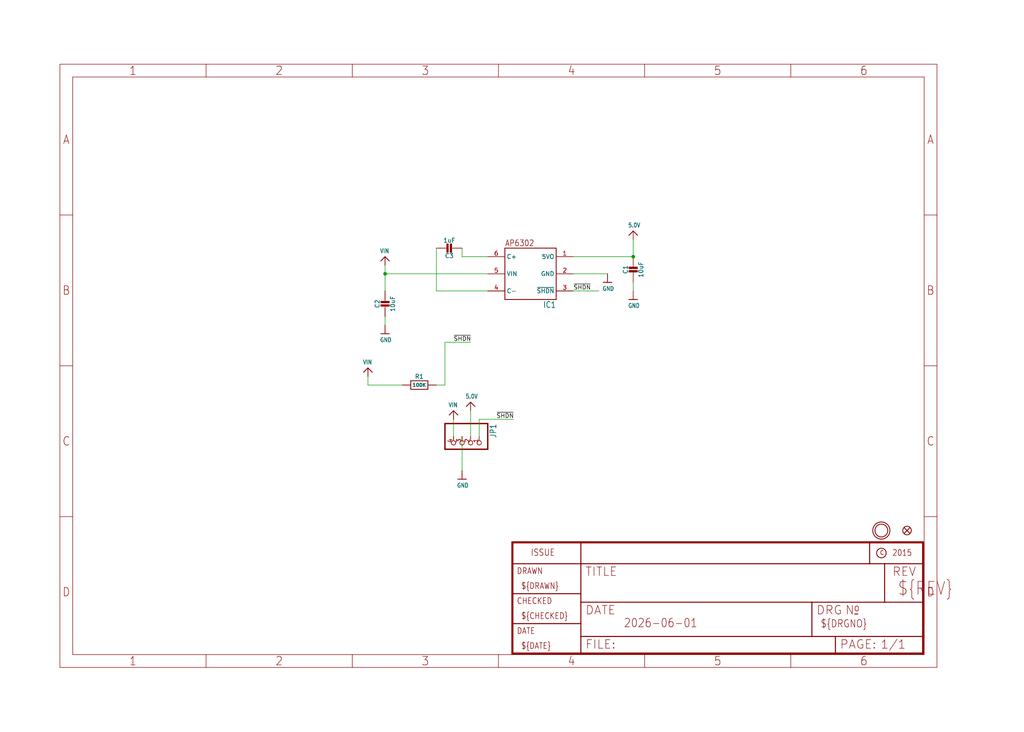
<source format=kicad_sch>
(kicad_sch (version 20230121) (generator eeschema)
  (paper "User" 303.962 217.322)
  (lib_symbols
    (symbol "working-eagle-import:5.0V" (power)
      (property "Value" "5.0V" (at -1.524 1.016 0))
      (symbol "5.0V_1_0"
        (polyline (pts (xy -1.27 -1.27) (xy 0 0)) (stroke (width 0.254)))
        (polyline (pts (xy 0 0) (xy 1.27 -1.27)) (stroke (width 0.254)))
        (pin power_in line (at 0 -2.54 90) (length 2.54) (name "5.0V") (number "1"))
      )
    )
    (symbol "working-eagle-import:AP3602"
      (property "Reference" "IC" (at -7.62 -10.16 0))
      (symbol "AP3602_1_0"
        (polyline (pts (xy -7.62 -7.62) (xy -7.62 7.62)) (stroke (width 0.254)))
        (polyline (pts (xy -7.62 7.62) (xy 7.62 7.62)) (stroke (width 0.254)))
        (polyline (pts (xy 7.62 -7.62) (xy -7.62 -7.62)) (stroke (width 0.254)))
        (polyline (pts (xy 7.62 7.62) (xy 7.62 -7.62)) (stroke (width 0.254)))
        (text "AP6302" (at 7.62 10.16 0) (effects (font (size 1.778 1.5113)) (justify right top)))
        (pin power_in line (at -12.7 5.08 0) (length 5.08) (name "5VO") (number "1"))
        (pin power_in line (at -12.7 0 0) (length 5.08) (name "GND") (number "2"))
        (pin input line (at -12.7 -5.08 0) (length 5.08) (name "~{SHDN}") (number "3"))
        (pin bidirectional line (at 12.7 -5.08 180) (length 5.08) (name "C-") (number "4"))
        (pin power_in line (at 12.7 0 180) (length 5.08) (name "VIN") (number "5"))
        (pin bidirectional line (at 12.7 5.08 180) (length 5.08) (name "C+") (number "6"))
      )
    )
    (symbol "working-eagle-import:CAP_CERAMIC0805-NOOUTLINE"
      (property "Reference" "C" (at -2.29 1.25 90))
      (symbol "CAP_CERAMIC0805-NOOUTLINE_1_0"
        (rectangle (start -1.27 0.508) (end 1.27 1.016) (fill (type outline)))
        (rectangle (start -1.27 1.524) (end 1.27 2.032) (fill (type outline)))
        (polyline (pts (xy 0 0.762) (xy 0 0)) (stroke (width 0.1524)))
        (polyline (pts (xy 0 2.54) (xy 0 1.778)) (stroke (width 0.1524)))
        (pin passive line (at 0 5.08 270) (length 2.54) (name "1") (number "1"))
        (pin passive line (at 0 -2.54 90) (length 2.54) (name "2") (number "2"))
      )
    )
    (symbol "working-eagle-import:FIDUCIAL{dblquote}{dblquote}"
      (symbol "FIDUCIAL{dblquote}{dblquote}_1_0"
        (polyline (pts (xy -0.762 0.762) (xy 0.762 -0.762)) (stroke (width 0.254)))
        (polyline (pts (xy 0.762 0.762) (xy -0.762 -0.762)) (stroke (width 0.254)))
        (circle (center 0 0) (radius 1.27) (stroke (width 0.254)))
      )
    )
    (symbol "working-eagle-import:FRAME_A4"
      (symbol "FRAME_A4_1_0"
        (polyline (pts (xy 0 44.7675) (xy 3.81 44.7675)))
        (polyline (pts (xy 0 89.535) (xy 3.81 89.535)))
        (polyline (pts (xy 0 134.3025) (xy 3.81 134.3025)))
        (polyline (pts (xy 3.81 3.81) (xy 3.81 175.26)))
        (polyline (pts (xy 43.3917 0) (xy 43.3917 3.81)))
        (polyline (pts (xy 43.3917 175.26) (xy 43.3917 179.07)))
        (polyline (pts (xy 86.7833 0) (xy 86.7833 3.81)))
        (polyline (pts (xy 86.7833 175.26) (xy 86.7833 179.07)))
        (polyline (pts (xy 130.175 0) (xy 130.175 3.81)))
        (polyline (pts (xy 130.175 175.26) (xy 130.175 179.07)))
        (polyline (pts (xy 173.5667 0) (xy 173.5667 3.81)))
        (polyline (pts (xy 173.5667 175.26) (xy 173.5667 179.07)))
        (polyline (pts (xy 216.9583 0) (xy 216.9583 3.81)))
        (polyline (pts (xy 216.9583 175.26) (xy 216.9583 179.07)))
        (polyline (pts (xy 256.54 3.81) (xy 3.81 3.81)))
        (polyline (pts (xy 256.54 3.81) (xy 256.54 8.89)) (stroke (width 0.1016)))
        (polyline (pts (xy 256.54 3.81) (xy 256.54 175.26)))
        (polyline (pts (xy 256.54 8.89) (xy 256.54 13.97)) (stroke (width 0.1016)))
        (polyline (pts (xy 256.54 13.97) (xy 256.54 19.05)) (stroke (width 0.1016)))
        (polyline (pts (xy 256.54 19.05) (xy 256.54 36.83)) (stroke (width 0.1016)))
        (polyline (pts (xy 256.54 44.7675) (xy 260.35 44.7675)))
        (polyline (pts (xy 256.54 89.535) (xy 260.35 89.535)))
        (polyline (pts (xy 256.54 134.3025) (xy 260.35 134.3025)))
        (polyline (pts (xy 256.54 175.26) (xy 3.81 175.26)))
        (polyline (pts (xy 0 0) (xy 260.35 0) (xy 260.35 179.07) (xy 0 179.07) (xy 0 0)))
        (text "1" (at 21.6958 1.905 0) (effects (font (size 2.54 2.286))))
        (text "1" (at 21.6958 177.165 0) (effects (font (size 2.54 2.286))))
        (text "2" (at 65.0875 1.905 0) (effects (font (size 2.54 2.286))))
        (text "2" (at 65.0875 177.165 0) (effects (font (size 2.54 2.286))))
        (text "3" (at 108.4792 1.905 0) (effects (font (size 2.54 2.286))))
        (text "3" (at 108.4792 177.165 0) (effects (font (size 2.54 2.286))))
        (text "4" (at 151.8708 1.905 0) (effects (font (size 2.54 2.286))))
        (text "4" (at 151.8708 177.165 0) (effects (font (size 2.54 2.286))))
        (text "5" (at 195.2625 1.905 0) (effects (font (size 2.54 2.286))))
        (text "5" (at 195.2625 177.165 0) (effects (font (size 2.54 2.286))))
        (text "6" (at 238.6542 1.905 0) (effects (font (size 2.54 2.286))))
        (text "6" (at 238.6542 177.165 0) (effects (font (size 2.54 2.286))))
        (text "A" (at 1.905 156.6863 0) (effects (font (size 2.54 2.286))))
        (text "A" (at 258.445 156.6863 0) (effects (font (size 2.54 2.286))))
        (text "B" (at 1.905 111.9188 0) (effects (font (size 2.54 2.286))))
        (text "B" (at 258.445 111.9188 0) (effects (font (size 2.54 2.286))))
        (text "C" (at 1.905 67.1513 0) (effects (font (size 2.54 2.286))))
        (text "C" (at 258.445 67.1513 0) (effects (font (size 2.54 2.286))))
        (text "D" (at 1.905 22.3838 0) (effects (font (size 2.54 2.286))))
        (text "D" (at 258.445 22.3838 0) (effects (font (size 2.54 2.286))))
      )
      (symbol "FRAME_A4_2_0"
        (polyline (pts (xy -0.3048 1.5748) (xy 20.0152 1.5748)) (stroke (width 0.6096)))
        (polyline (pts (xy -0.3048 10.4648) (xy -0.3048 1.5748)) (stroke (width 0.6096)))
        (polyline (pts (xy -0.3048 10.4648) (xy 20.0152 10.4648)) (stroke (width 0.3048)))
        (polyline (pts (xy -0.3048 19.3548) (xy -0.3048 10.4648)) (stroke (width 0.6096)))
        (polyline (pts (xy -0.3048 19.3548) (xy 20.0152 19.3548)) (stroke (width 0.3048)))
        (polyline (pts (xy -0.3048 28.2448) (xy -0.3048 19.3548)) (stroke (width 0.6096)))
        (polyline (pts (xy -0.3048 28.2448) (xy 20.0152 28.2448)) (stroke (width 0.3048)))
        (polyline (pts (xy -0.3048 34.5948) (xy -0.3048 28.2448)) (stroke (width 0.6096)))
        (polyline (pts (xy 20.0152 1.5748) (xy 20.0152 6.6548)) (stroke (width 0.3048)))
        (polyline (pts (xy 20.0152 1.5748) (xy 95.5802 1.5748)) (stroke (width 0.6096)))
        (polyline (pts (xy 20.0152 6.6548) (xy 20.0152 10.4648)) (stroke (width 0.3048)))
        (polyline (pts (xy 20.0152 6.6548) (xy 88.5952 6.6548)) (stroke (width 0.3048)))
        (polyline (pts (xy 20.0152 10.4648) (xy 20.0152 16.8148)) (stroke (width 0.3048)))
        (polyline (pts (xy 20.0152 16.8148) (xy 20.0152 19.3548)) (stroke (width 0.3048)))
        (polyline (pts (xy 20.0152 19.3548) (xy 20.0152 28.2448)) (stroke (width 0.3048)))
        (polyline (pts (xy 20.0152 28.2448) (xy 20.0152 34.5948)) (stroke (width 0.3048)))
        (polyline (pts (xy 20.0152 28.2448) (xy 105.7402 28.2448)) (stroke (width 0.3048)))
        (polyline (pts (xy 20.0152 34.5948) (xy -0.3048 34.5948)) (stroke (width 0.6096)))
        (polyline (pts (xy 88.5952 6.6548) (xy 95.5802 6.6548)) (stroke (width 0.3048)))
        (polyline (pts (xy 88.5952 16.8148) (xy 20.0152 16.8148)) (stroke (width 0.3048)))
        (polyline (pts (xy 88.5952 16.8148) (xy 88.5952 6.6548)) (stroke (width 0.3048)))
        (polyline (pts (xy 95.5802 1.5748) (xy 121.6152 1.5748)) (stroke (width 0.6096)))
        (polyline (pts (xy 95.5802 6.6548) (xy 95.5802 1.5748)) (stroke (width 0.3048)))
        (polyline (pts (xy 95.5802 6.6548) (xy 121.6152 6.6548)) (stroke (width 0.3048)))
        (polyline (pts (xy 101.2952 13.3223) (xy 102.2477 13.3223)) (stroke (width 0.254)))
        (polyline (pts (xy 105.7402 28.2448) (xy 105.7402 34.5948)) (stroke (width 0.3048)))
        (polyline (pts (xy 105.7402 28.2448) (xy 110.1852 28.2448)) (stroke (width 0.3048)))
        (polyline (pts (xy 105.7402 34.5948) (xy 20.0152 34.5948)) (stroke (width 0.6096)))
        (polyline (pts (xy 110.1852 16.8148) (xy 88.5952 16.8148)) (stroke (width 0.3048)))
        (polyline (pts (xy 110.1852 28.2448) (xy 110.1852 16.8148)) (stroke (width 0.3048)))
        (polyline (pts (xy 110.1852 28.2448) (xy 121.6152 28.2448)) (stroke (width 0.3048)))
        (polyline (pts (xy 121.6152 6.6548) (xy 121.6152 1.5748)) (stroke (width 0.6096)))
        (polyline (pts (xy 121.6152 16.8148) (xy 110.1852 16.8148)) (stroke (width 0.3048)))
        (polyline (pts (xy 121.6152 16.8148) (xy 121.6152 6.6548)) (stroke (width 0.6096)))
        (polyline (pts (xy 121.6152 28.2448) (xy 121.6152 16.8148)) (stroke (width 0.6096)))
        (polyline (pts (xy 121.6152 34.5948) (xy 105.7402 34.5948)) (stroke (width 0.6096)))
        (polyline (pts (xy 121.6152 34.5948) (xy 121.6152 28.2448)) (stroke (width 0.6096)))
        (circle (center 109.2327 31.4198) (radius 1.4199) (stroke (width 0.254)))
        (text "${#}/${##}" (at 108.9152 2.8448 0) (effects (font (size 2.54 2.54)) (justify left bottom)))
        (text "${CHECKED}" (at 2.2352 11.7348 0) (effects (font (size 1.778 1.5113)) (justify left bottom)))
        (text "${COMPANY}" (at 23.349 29.6735 0) (effects (font (size 3.175 2.6987) (thickness 0.5397) bold) (justify left bottom)))
        (text "${CURRENT_DATE}" (at 32.7152 9.1948 0) (effects (font (size 2.54 2.159)) (justify left bottom)))
        (text "${DATE}" (at 2.2352 2.8448 0) (effects (font (size 1.778 1.5113)) (justify left bottom)))
        (text "${DRAWN}" (at 2.2352 20.6248 0) (effects (font (size 1.778 1.5113)) (justify left bottom)))
        (text "${DRGNO}" (at 91.1352 9.1948 0) (effects (font (size 2.1844 1.8567)) (justify left bottom)))
        (text "${PROJECTNAME}" (at 33.0327 2.8448 0) (effects (font (size 2.54 2.159)) (justify left bottom)))
        (text "${REV}" (at 113.9952 18.7198 0) (effects (font (size 3.81 3.2385)) (justify left bottom)))
        (text "2015" (at 112.4077 30.4673 0) (effects (font (size 1.778 1.5113)) (justify left bottom)))
        (text "C" (at 108.7564 30.7848 0) (effects (font (size 1.27 1.0795)) (justify left bottom)))
        (text "CHECKED" (at 0.9652 16.1798 0) (effects (font (size 1.778 1.5113)) (justify left bottom)))
        (text "DATE" (at 0.9652 7.2898 0) (effects (font (size 1.778 1.5113)) (justify left bottom)))
        (text "DATE" (at 21.2852 13.0048 0) (effects (font (size 2.54 2.54)) (justify left bottom)))
        (text "DRAWN" (at 0.9652 25.0698 0) (effects (font (size 1.778 1.5113)) (justify left bottom)))
        (text "DRG" (at 89.8652 13.0048 0) (effects (font (size 2.54 2.54)) (justify left bottom)))
        (text "FILE:" (at 21.2852 2.8448 0) (effects (font (size 2.54 2.54)) (justify left bottom)))
        (text "ISSUE" (at 5.0927 30.4673 0) (effects (font (size 1.9304 1.6408)) (justify left bottom)))
        (text "N" (at 98.4377 13.0048 0) (effects (font (size 2.54 2.54)) (justify left bottom)))
        (text "o" (at 100.9777 13.9573 0) (effects (font (size 2.1844 1.8567)) (justify left bottom)))
        (text "PAGE:" (at 96.8502 2.8448 0) (effects (font (size 2.54 2.54)) (justify left bottom)))
        (text "REV" (at 112.4077 24.4348 0) (effects (font (size 2.54 2.54)) (justify left bottom)))
        (text "TITLE" (at 21.2852 24.4348 0) (effects (font (size 2.54 2.54)) (justify left bottom)))
      )
    )
    (symbol "working-eagle-import:GND" (power)
      (property "Value" "GND" (at -1.524 -2.54 0))
      (symbol "GND_1_0"
        (polyline (pts (xy -1.27 0) (xy 1.27 0)) (stroke (width 0.254)))
        (pin power_in line (at 0 2.54 270) (length 2.54) (name "GND") (number "1"))
      )
    )
    (symbol "working-eagle-import:HEADER-1X4ROUND"
      (property "Reference" "JP" (at -6.35 8.255 0))
      (symbol "HEADER-1X4ROUND_1_0"
        (polyline (pts (xy -6.35 -5.08) (xy 1.27 -5.08)) (stroke (width 0.4064)))
        (polyline (pts (xy -6.35 7.62) (xy -6.35 -5.08)) (stroke (width 0.4064)))
        (polyline (pts (xy 1.27 -5.08) (xy 1.27 7.62)) (stroke (width 0.4064)))
        (polyline (pts (xy 1.27 7.62) (xy -6.35 7.62)) (stroke (width 0.4064)))
        (pin passive inverted (at -2.54 5.08 0) (length 2.54) (name "1") (number "1"))
        (pin passive inverted (at -2.54 2.54 0) (length 2.54) (name "2") (number "2"))
        (pin passive inverted (at -2.54 0 0) (length 2.54) (name "3") (number "3"))
        (pin passive inverted (at -2.54 -2.54 0) (length 2.54) (name "4") (number "4"))
      )
    )
    (symbol "working-eagle-import:MOUNTINGHOLE2.5"
      (symbol "MOUNTINGHOLE2.5_1_0"
        (circle (center 0 0) (radius 1.905) (stroke (width 0.254)))
        (circle (center 0 0) (radius 2.54) (stroke (width 0.254)))
      )
    )
    (symbol "working-eagle-import:RESISTOR0805_NOOUTLINE"
      (property "Reference" "R" (at 0 2.54 0))
      (symbol "RESISTOR0805_NOOUTLINE_1_0"
        (polyline (pts (xy -2.54 -1.27) (xy -2.54 1.27)) (stroke (width 0.254)))
        (polyline (pts (xy -2.54 1.27) (xy 2.54 1.27)) (stroke (width 0.254)))
        (polyline (pts (xy 2.54 -1.27) (xy -2.54 -1.27)) (stroke (width 0.254)))
        (polyline (pts (xy 2.54 1.27) (xy 2.54 -1.27)) (stroke (width 0.254)))
        (pin passive line (at -5.08 0 0) (length 2.54) (name "1") (number "1"))
        (pin passive line (at 5.08 0 180) (length 2.54) (name "2") (number "2"))
      )
    )
    (symbol "working-eagle-import:VIN" (power)
      (property "Value" "VIN" (at -1.524 1.016 0))
      (symbol "VIN_1_0"
        (polyline (pts (xy -1.27 -1.27) (xy 0 0)) (stroke (width 0.254)))
        (polyline (pts (xy 0 0) (xy 1.27 -1.27)) (stroke (width 0.254)))
        (pin power_in line (at 0 -2.54 90) (length 2.54) (name "VIN") (number "1"))
      )
    )
  )
  (junction (at 114.3 81.28))
  (junction (at 187.96 76.2))
  (wire (pts (xy 139.7 129.54) (xy 139.7 121.92)) (stroke (width 0.1524)))
  (wire (pts (xy 114.3 81.28) (xy 114.3 78.74)) (stroke (width 0.1524)))
  (wire (pts (xy 180.34 81.28) (xy 170.18 81.28)) (stroke (width 0.1524)))
  (wire (pts (xy 132.08 114.3) (xy 129.54 114.3)) (stroke (width 0.1524)))
  (wire (pts (xy 109.22 114.3) (xy 109.22 111.76)) (stroke (width 0.1524)))
  (wire (pts (xy 187.96 83.82) (xy 187.96 86.36)) (stroke (width 0.1524)))
  (wire (pts (xy 187.96 76.2) (xy 187.96 71.12)) (stroke (width 0.1524)))
  (wire (pts (xy 114.3 93.98) (xy 114.3 96.52)) (stroke (width 0.1524)))
  (wire (pts (xy 144.78 81.28) (xy 114.3 81.28)) (stroke (width 0.1524)))
  (wire (pts (xy 170.18 76.2) (xy 187.96 76.2)) (stroke (width 0.1524)))
  (wire (pts (xy 114.3 81.28) (xy 114.3 86.36)) (stroke (width 0.1524)))
  (wire (pts (xy 137.16 76.2) (xy 137.16 73.66)) (stroke (width 0.1524)))
  (wire (pts (xy 142.24 129.54) (xy 142.24 124.46)) (stroke (width 0.1524)))
  (wire (pts (xy 134.62 124.46) (xy 134.62 129.54)) (stroke (width 0.1524)))
  (wire (pts (xy 132.08 101.6) (xy 132.08 114.3)) (stroke (width 0.1524)))
  (wire (pts (xy 144.78 76.2) (xy 137.16 76.2)) (stroke (width 0.1524)))
  (wire (pts (xy 152.4 124.46) (xy 142.24 124.46)) (stroke (width 0.1524)))
  (wire (pts (xy 144.78 86.36) (xy 129.54 86.36)) (stroke (width 0.1524)))
  (wire (pts (xy 137.16 139.7) (xy 137.16 129.54)) (stroke (width 0.1524)))
  (wire (pts (xy 170.18 86.36) (xy 177.8 86.36)) (stroke (width 0.1524)))
  (wire (pts (xy 139.7 101.6) (xy 132.08 101.6)) (stroke (width 0.1524)))
  (wire (pts (xy 119.38 114.3) (xy 109.22 114.3)) (stroke (width 0.1524)))
  (wire (pts (xy 129.54 86.36) (xy 129.54 73.66)) (stroke (width 0.1524)))
  (label "~{SHDN}" (at 134.62 101.6 0) (effects (font (size 1.2446 1.2446))))
  (label "~{SHDN}" (at 147.32 124.46 0) (effects (font (size 1.2446 1.2446))))
  (label "~{SHDN}" (at 170.18 86.36 0) (effects (font (size 1.2446 1.2446))))
  (symbol (lib_id "working-eagle-import:GND") (at 187.96 88.9 0) (unit 1)
    (property "Reference" "#U$1" (effects hide))
    (property "Value" "GND" (at 186.436 91.44 0) (effects (font (size 1.27 1.0795)) (justify left bottom)))
  )
  (symbol (lib_id "working-eagle-import:AP3602") (at 157.48 81.28 0) (mirror y) (unit 1)
    (property "Reference" "IC1" (at 165.1 91.44 0) (effects (font (size 1.778 1.5113)) (justify left bottom)))
    (property "Value" "AP3602" (effects hide))
    (property "Footprint" "working:SOT23-6" (effects hide))
  )
  (symbol (lib_id "working-eagle-import:VIN") (at 114.3 76.2 0) (unit 1)
    (property "Reference" "#U$4" (effects hide))
    (property "Value" "VIN" (at 112.776 75.184 0) (effects (font (size 1.27 1.0795)) (justify left bottom)))
  )
  (symbol (lib_id "working-eagle-import:GND") (at 114.3 99.06 0) (unit 1)
    (property "Reference" "#U$3" (effects hide))
    (property "Value" "GND" (at 112.776 101.6 0) (effects (font (size 1.27 1.0795)) (justify left bottom)))
  )
  (symbol (lib_id "working-eagle-import:FRAME_A4") (at 152.4 195.58 0) (unit 2)
    (property "Reference" "#FRAME1" (effects hide))
    (property "Value" "FRAME_A4" (effects hide))
  )
  (symbol (lib_id "working-eagle-import:CAP_CERAMIC0805-NOOUTLINE") (at 114.3 91.44 0) (unit 1)
    (property "Reference" "C2" (at 112.01 90.19 90))
    (property "Value" "10uF" (at 116.6 90.19 90))
    (property "Footprint" "working:0805-NO" (effects hide))
  )
  (symbol (lib_id "working-eagle-import:GND") (at 180.34 83.82 0) (unit 1)
    (property "Reference" "#U$13" (effects hide))
    (property "Value" "GND" (at 178.816 86.36 0) (effects (font (size 1.27 1.0795)) (justify left bottom)))
  )
  (symbol (lib_id "working-eagle-import:VIN") (at 134.62 121.92 0) (unit 1)
    (property "Reference" "#U$5" (effects hide))
    (property "Value" "VIN" (at 133.096 120.904 0) (effects (font (size 1.27 1.0795)) (justify left bottom)))
  )
  (symbol (lib_id "working-eagle-import:5.0V") (at 187.96 68.58 0) (unit 1)
    (property "Reference" "#U$2" (effects hide))
    (property "Value" "5.0V" (at 186.436 67.564 0) (effects (font (size 1.27 1.0795)) (justify left bottom)))
  )
  (symbol (lib_id "working-eagle-import:GND") (at 137.16 142.24 0) (unit 1)
    (property "Reference" "#U$6" (effects hide))
    (property "Value" "GND" (at 135.636 144.78 0) (effects (font (size 1.27 1.0795)) (justify left bottom)))
  )
  (symbol (lib_id "working-eagle-import:VIN") (at 109.22 109.22 0) (unit 1)
    (property "Reference" "#U$12" (effects hide))
    (property "Value" "VIN" (at 107.696 108.204 0) (effects (font (size 1.27 1.0795)) (justify left bottom)))
  )
  (symbol (lib_id "working-eagle-import:MOUNTINGHOLE2.5") (at 261.62 157.48 0) (unit 1)
    (property "Reference" "U$9" (effects hide))
    (property "Value" "MOUNTINGHOLE2.5" (effects hide))
    (property "Footprint" "working:MOUNTINGHOLE_2.5_PLATED" (effects hide))
  )
  (symbol (lib_id "working-eagle-import:RESISTOR0805_NOOUTLINE") (at 124.46 114.3 0) (unit 1)
    (property "Reference" "R1" (at 124.46 111.76 0))
    (property "Value" "100K" (at 124.46 114.3 0) (effects (font (size 1.016 1.016) bold)))
    (property "Footprint" "working:0805-NO" (effects hide))
  )
  (symbol (lib_id "working-eagle-import:FIDUCIAL{dblquote}{dblquote}") (at 269.24 157.48 0) (unit 1)
    (property "Reference" "FID1" (effects hide))
    (property "Value" "FIDUCIAL{dblquote}{dblquote}" (effects hide))
    (property "Footprint" "working:FIDUCIAL_1MM" (effects hide))
  )
  (symbol (lib_id "working-eagle-import:CAP_CERAMIC0805-NOOUTLINE") (at 134.62 73.66 90) (unit 1)
    (property "Reference" "C3" (at 133.37 75.95 90))
    (property "Value" "1uF" (at 133.37 71.36 90))
    (property "Footprint" "working:0805-NO" (effects hide))
  )
  (symbol (lib_id "working-eagle-import:CAP_CERAMIC0805-NOOUTLINE") (at 187.96 81.28 0) (unit 1)
    (property "Reference" "C1" (at 185.67 80.03 90))
    (property "Value" "10uF" (at 190.26 80.03 90))
    (property "Footprint" "working:0805-NO" (effects hide))
  )
  (symbol (lib_id "working-eagle-import:HEADER-1X4ROUND") (at 137.16 132.08 270) (unit 1)
    (property "Reference" "JP1" (at 145.415 125.73 0) (effects (font (size 1.778 1.5113)) (justify left bottom)))
    (property "Value" "HEADER-1X4ROUND" (effects hide))
    (property "Footprint" "working:1X04_ROUND" (effects hide))
  )
  (symbol (lib_id "working-eagle-import:FRAME_A4") (at 17.78 198.12 0) (unit 1)
    (property "Reference" "#FRAME1" (effects hide))
    (property "Value" "FRAME_A4" (effects hide))
  )
  (symbol (lib_id "working-eagle-import:5.0V") (at 139.7 119.38 0) (unit 1)
    (property "Reference" "#U$7" (effects hide))
    (property "Value" "5.0V" (at 138.176 118.364 0) (effects (font (size 1.27 1.0795)) (justify left bottom)))
  )
)
</source>
